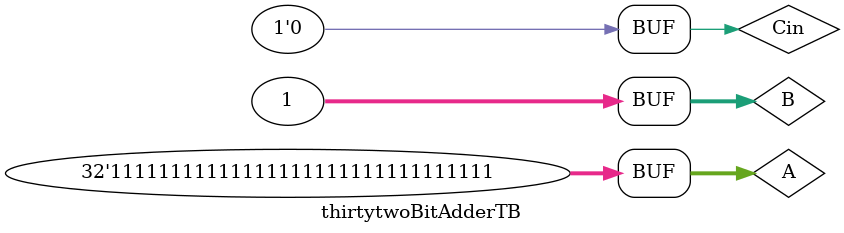
<source format=v>
module thirtytwoBitAdderTB;

	reg [31:0] A, B;
	reg [0:0] Cin;
	wire [0:0] Cout;
	wire[31:0] Sum;

	thirtytwoBitAdder TBA_TB0(A,B,Cin,Sum,Cout);

	initial begin
		A = 2; 		B = 6; 		Cin = 0; #5; //8
		A = 16; 	B = 23; 	Cin = 0; #5; //39
		A = 124; 	B = 215; 	Cin = 0; #5; //339
		A = 1504; 	B = 4120; 	Cin = 0; #5; //5624
		A = 15031; 	B = 10154; 	Cin = 0; #5; //25185
		A = 65535; 	B = 1; 		Cin = 0; #5; //65536
		A = 65535; 	B = 65153; 	Cin = 0; #5; //130688
		A = 4294967295; B = 1; 		Cin = 0; #5; //4294967296
	end

	initial begin
		$monitor($time, " A=%d B=%d Cin=%d Sum=%d Cout=%d", A, B, Cin, Sum, Cout);
	end
	
endmodule

</source>
